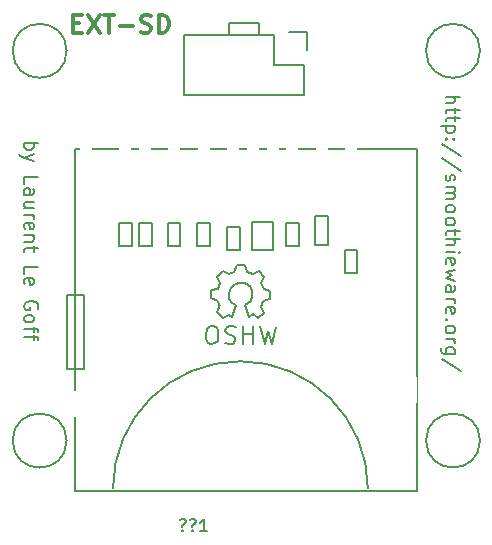
<source format=gto>
G04 #@! TF.FileFunction,Legend,Top*
%FSLAX46Y46*%
G04 Gerber Fmt 4.6, Leading zero omitted, Abs format (unit mm)*
G04 Created by KiCad (PCBNEW (after 2015-mar-04 BZR unknown)-product) date 18/09/2015 21:52:24*
%MOMM*%
G01*
G04 APERTURE LIST*
%ADD10C,0.020000*%
%ADD11C,0.200000*%
%ADD12C,0.300000*%
%ADD13C,0.150000*%
%ADD14C,2.000000*%
%ADD15R,1.200000X2.200000*%
%ADD16R,1.000000X1.500000*%
%ADD17R,1.727200X1.727200*%
%ADD18O,1.727200X1.727200*%
%ADD19C,4.064000*%
G04 APERTURE END LIST*
D10*
D11*
X145380143Y-78909715D02*
X146580143Y-78909715D01*
X145380143Y-79424001D02*
X146008714Y-79424001D01*
X146123000Y-79366858D01*
X146180143Y-79252572D01*
X146180143Y-79081144D01*
X146123000Y-78966858D01*
X146065857Y-78909715D01*
X146180143Y-79824001D02*
X146180143Y-80281144D01*
X146580143Y-79995429D02*
X145551571Y-79995429D01*
X145437286Y-80052572D01*
X145380143Y-80166858D01*
X145380143Y-80281144D01*
X146180143Y-80509715D02*
X146180143Y-80966858D01*
X146580143Y-80681143D02*
X145551571Y-80681143D01*
X145437286Y-80738286D01*
X145380143Y-80852572D01*
X145380143Y-80966858D01*
X146180143Y-81366857D02*
X144980143Y-81366857D01*
X146123000Y-81366857D02*
X146180143Y-81481143D01*
X146180143Y-81709714D01*
X146123000Y-81824000D01*
X146065857Y-81881143D01*
X145951571Y-81938286D01*
X145608714Y-81938286D01*
X145494429Y-81881143D01*
X145437286Y-81824000D01*
X145380143Y-81709714D01*
X145380143Y-81481143D01*
X145437286Y-81366857D01*
X145494429Y-82452571D02*
X145437286Y-82509714D01*
X145380143Y-82452571D01*
X145437286Y-82395428D01*
X145494429Y-82452571D01*
X145380143Y-82452571D01*
X146123000Y-82452571D02*
X146065857Y-82509714D01*
X146008714Y-82452571D01*
X146065857Y-82395428D01*
X146123000Y-82452571D01*
X146008714Y-82452571D01*
X146637286Y-83881143D02*
X145094429Y-82852572D01*
X146637286Y-85138286D02*
X145094429Y-84109715D01*
X145437286Y-85481143D02*
X145380143Y-85595429D01*
X145380143Y-85824001D01*
X145437286Y-85938286D01*
X145551571Y-85995429D01*
X145608714Y-85995429D01*
X145723000Y-85938286D01*
X145780143Y-85824001D01*
X145780143Y-85652572D01*
X145837286Y-85538286D01*
X145951571Y-85481143D01*
X146008714Y-85481143D01*
X146123000Y-85538286D01*
X146180143Y-85652572D01*
X146180143Y-85824001D01*
X146123000Y-85938286D01*
X145380143Y-86509715D02*
X146180143Y-86509715D01*
X146065857Y-86509715D02*
X146123000Y-86566858D01*
X146180143Y-86681144D01*
X146180143Y-86852572D01*
X146123000Y-86966858D01*
X146008714Y-87024001D01*
X145380143Y-87024001D01*
X146008714Y-87024001D02*
X146123000Y-87081144D01*
X146180143Y-87195430D01*
X146180143Y-87366858D01*
X146123000Y-87481144D01*
X146008714Y-87538287D01*
X145380143Y-87538287D01*
X145380143Y-88281144D02*
X145437286Y-88166858D01*
X145494429Y-88109715D01*
X145608714Y-88052572D01*
X145951571Y-88052572D01*
X146065857Y-88109715D01*
X146123000Y-88166858D01*
X146180143Y-88281144D01*
X146180143Y-88452572D01*
X146123000Y-88566858D01*
X146065857Y-88624001D01*
X145951571Y-88681144D01*
X145608714Y-88681144D01*
X145494429Y-88624001D01*
X145437286Y-88566858D01*
X145380143Y-88452572D01*
X145380143Y-88281144D01*
X145380143Y-89366858D02*
X145437286Y-89252572D01*
X145494429Y-89195429D01*
X145608714Y-89138286D01*
X145951571Y-89138286D01*
X146065857Y-89195429D01*
X146123000Y-89252572D01*
X146180143Y-89366858D01*
X146180143Y-89538286D01*
X146123000Y-89652572D01*
X146065857Y-89709715D01*
X145951571Y-89766858D01*
X145608714Y-89766858D01*
X145494429Y-89709715D01*
X145437286Y-89652572D01*
X145380143Y-89538286D01*
X145380143Y-89366858D01*
X146180143Y-90109715D02*
X146180143Y-90566858D01*
X146580143Y-90281143D02*
X145551571Y-90281143D01*
X145437286Y-90338286D01*
X145380143Y-90452572D01*
X145380143Y-90566858D01*
X145380143Y-90966857D02*
X146580143Y-90966857D01*
X145380143Y-91481143D02*
X146008714Y-91481143D01*
X146123000Y-91424000D01*
X146180143Y-91309714D01*
X146180143Y-91138286D01*
X146123000Y-91024000D01*
X146065857Y-90966857D01*
X145380143Y-92052571D02*
X146180143Y-92052571D01*
X146580143Y-92052571D02*
X146523000Y-91995428D01*
X146465857Y-92052571D01*
X146523000Y-92109714D01*
X146580143Y-92052571D01*
X146465857Y-92052571D01*
X145437286Y-93081143D02*
X145380143Y-92966857D01*
X145380143Y-92738286D01*
X145437286Y-92624000D01*
X145551571Y-92566857D01*
X146008714Y-92566857D01*
X146123000Y-92624000D01*
X146180143Y-92738286D01*
X146180143Y-92966857D01*
X146123000Y-93081143D01*
X146008714Y-93138286D01*
X145894429Y-93138286D01*
X145780143Y-92566857D01*
X146180143Y-93538286D02*
X145380143Y-93766857D01*
X145951571Y-93995428D01*
X145380143Y-94224000D01*
X146180143Y-94452571D01*
X145380143Y-95424000D02*
X146008714Y-95424000D01*
X146123000Y-95366857D01*
X146180143Y-95252571D01*
X146180143Y-95024000D01*
X146123000Y-94909714D01*
X145437286Y-95424000D02*
X145380143Y-95309714D01*
X145380143Y-95024000D01*
X145437286Y-94909714D01*
X145551571Y-94852571D01*
X145665857Y-94852571D01*
X145780143Y-94909714D01*
X145837286Y-95024000D01*
X145837286Y-95309714D01*
X145894429Y-95424000D01*
X145380143Y-95995428D02*
X146180143Y-95995428D01*
X145951571Y-95995428D02*
X146065857Y-96052571D01*
X146123000Y-96109714D01*
X146180143Y-96224000D01*
X146180143Y-96338285D01*
X145437286Y-97195428D02*
X145380143Y-97081142D01*
X145380143Y-96852571D01*
X145437286Y-96738285D01*
X145551571Y-96681142D01*
X146008714Y-96681142D01*
X146123000Y-96738285D01*
X146180143Y-96852571D01*
X146180143Y-97081142D01*
X146123000Y-97195428D01*
X146008714Y-97252571D01*
X145894429Y-97252571D01*
X145780143Y-96681142D01*
X145494429Y-97766856D02*
X145437286Y-97823999D01*
X145380143Y-97766856D01*
X145437286Y-97709713D01*
X145494429Y-97766856D01*
X145380143Y-97766856D01*
X145380143Y-98509714D02*
X145437286Y-98395428D01*
X145494429Y-98338285D01*
X145608714Y-98281142D01*
X145951571Y-98281142D01*
X146065857Y-98338285D01*
X146123000Y-98395428D01*
X146180143Y-98509714D01*
X146180143Y-98681142D01*
X146123000Y-98795428D01*
X146065857Y-98852571D01*
X145951571Y-98909714D01*
X145608714Y-98909714D01*
X145494429Y-98852571D01*
X145437286Y-98795428D01*
X145380143Y-98681142D01*
X145380143Y-98509714D01*
X145380143Y-99423999D02*
X146180143Y-99423999D01*
X145951571Y-99423999D02*
X146065857Y-99481142D01*
X146123000Y-99538285D01*
X146180143Y-99652571D01*
X146180143Y-99766856D01*
X146180143Y-100681142D02*
X145208714Y-100681142D01*
X145094429Y-100623999D01*
X145037286Y-100566856D01*
X144980143Y-100452571D01*
X144980143Y-100281142D01*
X145037286Y-100166856D01*
X145437286Y-100681142D02*
X145380143Y-100566856D01*
X145380143Y-100338285D01*
X145437286Y-100223999D01*
X145494429Y-100166856D01*
X145608714Y-100109713D01*
X145951571Y-100109713D01*
X146065857Y-100166856D01*
X146123000Y-100223999D01*
X146180143Y-100338285D01*
X146180143Y-100566856D01*
X146123000Y-100681142D01*
X146637286Y-102109713D02*
X145094429Y-101081142D01*
X109693143Y-82801858D02*
X110893143Y-82801858D01*
X110436000Y-82801858D02*
X110493143Y-82916144D01*
X110493143Y-83144715D01*
X110436000Y-83259001D01*
X110378857Y-83316144D01*
X110264571Y-83373287D01*
X109921714Y-83373287D01*
X109807429Y-83316144D01*
X109750286Y-83259001D01*
X109693143Y-83144715D01*
X109693143Y-82916144D01*
X109750286Y-82801858D01*
X110493143Y-83773287D02*
X109693143Y-84059001D01*
X110493143Y-84344715D02*
X109693143Y-84059001D01*
X109407429Y-83944715D01*
X109350286Y-83887572D01*
X109293143Y-83773287D01*
X109693143Y-86287573D02*
X109693143Y-85716144D01*
X110893143Y-85716144D01*
X109693143Y-87201859D02*
X110321714Y-87201859D01*
X110436000Y-87144716D01*
X110493143Y-87030430D01*
X110493143Y-86801859D01*
X110436000Y-86687573D01*
X109750286Y-87201859D02*
X109693143Y-87087573D01*
X109693143Y-86801859D01*
X109750286Y-86687573D01*
X109864571Y-86630430D01*
X109978857Y-86630430D01*
X110093143Y-86687573D01*
X110150286Y-86801859D01*
X110150286Y-87087573D01*
X110207429Y-87201859D01*
X110493143Y-88287573D02*
X109693143Y-88287573D01*
X110493143Y-87773287D02*
X109864571Y-87773287D01*
X109750286Y-87830430D01*
X109693143Y-87944716D01*
X109693143Y-88116144D01*
X109750286Y-88230430D01*
X109807429Y-88287573D01*
X109693143Y-88859001D02*
X110493143Y-88859001D01*
X110264571Y-88859001D02*
X110378857Y-88916144D01*
X110436000Y-88973287D01*
X110493143Y-89087573D01*
X110493143Y-89201858D01*
X109750286Y-90059001D02*
X109693143Y-89944715D01*
X109693143Y-89716144D01*
X109750286Y-89601858D01*
X109864571Y-89544715D01*
X110321714Y-89544715D01*
X110436000Y-89601858D01*
X110493143Y-89716144D01*
X110493143Y-89944715D01*
X110436000Y-90059001D01*
X110321714Y-90116144D01*
X110207429Y-90116144D01*
X110093143Y-89544715D01*
X110493143Y-90630429D02*
X109693143Y-90630429D01*
X110378857Y-90630429D02*
X110436000Y-90687572D01*
X110493143Y-90801858D01*
X110493143Y-90973286D01*
X110436000Y-91087572D01*
X110321714Y-91144715D01*
X109693143Y-91144715D01*
X110493143Y-91544715D02*
X110493143Y-92001858D01*
X110893143Y-91716143D02*
X109864571Y-91716143D01*
X109750286Y-91773286D01*
X109693143Y-91887572D01*
X109693143Y-92001858D01*
X109693143Y-93887572D02*
X109693143Y-93316143D01*
X110893143Y-93316143D01*
X109750286Y-94744715D02*
X109693143Y-94630429D01*
X109693143Y-94401858D01*
X109750286Y-94287572D01*
X109864571Y-94230429D01*
X110321714Y-94230429D01*
X110436000Y-94287572D01*
X110493143Y-94401858D01*
X110493143Y-94630429D01*
X110436000Y-94744715D01*
X110321714Y-94801858D01*
X110207429Y-94801858D01*
X110093143Y-94230429D01*
X110836000Y-96859001D02*
X110893143Y-96744715D01*
X110893143Y-96573286D01*
X110836000Y-96401858D01*
X110721714Y-96287572D01*
X110607429Y-96230429D01*
X110378857Y-96173286D01*
X110207429Y-96173286D01*
X109978857Y-96230429D01*
X109864571Y-96287572D01*
X109750286Y-96401858D01*
X109693143Y-96573286D01*
X109693143Y-96687572D01*
X109750286Y-96859001D01*
X109807429Y-96916144D01*
X110207429Y-96916144D01*
X110207429Y-96687572D01*
X109693143Y-97601858D02*
X109750286Y-97487572D01*
X109807429Y-97430429D01*
X109921714Y-97373286D01*
X110264571Y-97373286D01*
X110378857Y-97430429D01*
X110436000Y-97487572D01*
X110493143Y-97601858D01*
X110493143Y-97773286D01*
X110436000Y-97887572D01*
X110378857Y-97944715D01*
X110264571Y-98001858D01*
X109921714Y-98001858D01*
X109807429Y-97944715D01*
X109750286Y-97887572D01*
X109693143Y-97773286D01*
X109693143Y-97601858D01*
X110493143Y-98344715D02*
X110493143Y-98801858D01*
X109693143Y-98516143D02*
X110721714Y-98516143D01*
X110836000Y-98573286D01*
X110893143Y-98687572D01*
X110893143Y-98801858D01*
X110493143Y-99030429D02*
X110493143Y-99487572D01*
X109693143Y-99201857D02*
X110721714Y-99201857D01*
X110836000Y-99259000D01*
X110893143Y-99373286D01*
X110893143Y-99487572D01*
D12*
X113856001Y-72663857D02*
X114356001Y-72663857D01*
X114570287Y-73449571D02*
X113856001Y-73449571D01*
X113856001Y-71949571D01*
X114570287Y-71949571D01*
X115070287Y-71949571D02*
X116070287Y-73449571D01*
X116070287Y-71949571D02*
X115070287Y-73449571D01*
X116427429Y-71949571D02*
X117284572Y-71949571D01*
X116856001Y-73449571D02*
X116856001Y-71949571D01*
X117784572Y-72878143D02*
X118927429Y-72878143D01*
X119570286Y-73378143D02*
X119784572Y-73449571D01*
X120141715Y-73449571D01*
X120284572Y-73378143D01*
X120356001Y-73306714D01*
X120427429Y-73163857D01*
X120427429Y-73021000D01*
X120356001Y-72878143D01*
X120284572Y-72806714D01*
X120141715Y-72735286D01*
X119856001Y-72663857D01*
X119713143Y-72592429D01*
X119641715Y-72521000D01*
X119570286Y-72378143D01*
X119570286Y-72235286D01*
X119641715Y-72092429D01*
X119713143Y-72021000D01*
X119856001Y-71949571D01*
X120213143Y-71949571D01*
X120427429Y-72021000D01*
X121070286Y-73449571D02*
X121070286Y-71949571D01*
X121427429Y-71949571D01*
X121641714Y-72021000D01*
X121784572Y-72163857D01*
X121856000Y-72306714D01*
X121927429Y-72592429D01*
X121927429Y-72806714D01*
X121856000Y-73092429D01*
X121784572Y-73235286D01*
X121641714Y-73378143D01*
X121427429Y-73449571D01*
X121070286Y-73449571D01*
D11*
X129540000Y-72644000D02*
X129540000Y-73660000D01*
X127000000Y-72644000D02*
X129540000Y-72644000D01*
X127000000Y-73660000D02*
X127000000Y-72644000D01*
D13*
X137906000Y-93792000D02*
X137906000Y-91823500D01*
X137906000Y-91823500D02*
X136826500Y-91823500D01*
X136826500Y-91823500D02*
X136826500Y-93792000D01*
X136826500Y-93792000D02*
X137906000Y-93792000D01*
X135429500Y-91442500D02*
X135429500Y-88966000D01*
X135429500Y-88966000D02*
X134350000Y-88966000D01*
X134350000Y-88966000D02*
X134350000Y-91442500D01*
X134350000Y-91442500D02*
X135429500Y-91442500D01*
X130794000Y-91887000D02*
X130794000Y-89474000D01*
X130794000Y-89474000D02*
X128952500Y-89474000D01*
X128952500Y-89474000D02*
X128952500Y-91887000D01*
X128952500Y-91887000D02*
X130794000Y-91887000D01*
X132953000Y-91506000D02*
X132953000Y-89537500D01*
X132953000Y-89537500D02*
X131873500Y-89537500D01*
X131873500Y-89537500D02*
X131873500Y-91506000D01*
X131873500Y-91506000D02*
X132953000Y-91506000D01*
X127936500Y-91887000D02*
X127936500Y-89918500D01*
X127936500Y-89918500D02*
X126857000Y-89918500D01*
X126857000Y-89918500D02*
X126857000Y-91887000D01*
X126857000Y-91887000D02*
X127936500Y-91887000D01*
X125460000Y-91506000D02*
X125460000Y-89537500D01*
X125460000Y-89537500D02*
X124317000Y-89537500D01*
X124317000Y-89537500D02*
X124317000Y-91506000D01*
X124317000Y-91506000D02*
X125460000Y-91506000D01*
X122920000Y-91506000D02*
X122920000Y-89537500D01*
X122920000Y-89537500D02*
X121840500Y-89537500D01*
X121840500Y-89537500D02*
X121840500Y-91506000D01*
X121840500Y-91506000D02*
X122920000Y-91506000D01*
X120507000Y-91506000D02*
X120507000Y-89537500D01*
X120507000Y-89537500D02*
X119427500Y-89537500D01*
X119427500Y-89537500D02*
X119427500Y-91506000D01*
X119427500Y-91506000D02*
X120507000Y-91506000D01*
X118792500Y-91506000D02*
X118792500Y-89537500D01*
X118792500Y-89537500D02*
X117713000Y-89537500D01*
X117713000Y-89537500D02*
X117713000Y-91506000D01*
X117713000Y-91506000D02*
X118792500Y-91506000D01*
X113331500Y-101920000D02*
X114728500Y-101920000D01*
X114728500Y-101920000D02*
X114728500Y-95633500D01*
X114728500Y-95633500D02*
X113331500Y-95633500D01*
X113331500Y-95633500D02*
X113331500Y-101856500D01*
X138795000Y-112080000D02*
G75*
G03X128000000Y-101285000I-10795000J0D01*
G01*
X128000000Y-101285000D02*
G75*
G03X117205000Y-112080000I0J-10795000D01*
G01*
X142922500Y-107000000D02*
X142922500Y-83314500D01*
X142922500Y-83314500D02*
X114030000Y-83314500D01*
X114030000Y-83314500D02*
X114030000Y-112270500D01*
X114030000Y-112270500D02*
X142922500Y-112270500D01*
X142922500Y-112270500D02*
X142922500Y-107000000D01*
X130810000Y-73660000D02*
X123190000Y-73660000D01*
X123190000Y-73660000D02*
X123190000Y-78740000D01*
X123190000Y-78740000D02*
X133350000Y-78740000D01*
X133350000Y-78740000D02*
X133350000Y-76200000D01*
X133630000Y-74930000D02*
X133630000Y-73380000D01*
X133350000Y-76200000D02*
X130810000Y-76200000D01*
X130810000Y-76200000D02*
X130810000Y-73660000D01*
X133630000Y-73380000D02*
X132080000Y-73380000D01*
X148286000Y-108000000D02*
G75*
G03X148286000Y-108000000I-2286000J0D01*
G01*
X113286000Y-108000000D02*
G75*
G03X113286000Y-108000000I-2286000J0D01*
G01*
X148286000Y-75000000D02*
G75*
G03X148286000Y-75000000I-2286000J0D01*
G01*
X113286000Y-75000000D02*
G75*
G03X113286000Y-75000000I-2286000J0D01*
G01*
X129684780Y-98320860D02*
X130045460Y-99791520D01*
X130045460Y-99791520D02*
X130324860Y-98729800D01*
X130324860Y-98729800D02*
X130634740Y-99801680D01*
X130634740Y-99801680D02*
X130975100Y-98351340D01*
X128264920Y-99011740D02*
X129054860Y-99001580D01*
X129054860Y-99001580D02*
X129065020Y-99011740D01*
X129065020Y-99011740D02*
X129065020Y-99001580D01*
X129105660Y-98290380D02*
X129105660Y-99832160D01*
X128216660Y-98280220D02*
X128216660Y-99849940D01*
X128216660Y-99849940D02*
X128226820Y-99839780D01*
X127665480Y-98381820D02*
X127314960Y-98300540D01*
X127314960Y-98300540D02*
X126994920Y-98290380D01*
X126994920Y-98290380D02*
X126756160Y-98491040D01*
X126756160Y-98491040D02*
X126725680Y-98760280D01*
X126725680Y-98760280D02*
X126966980Y-99001580D01*
X126966980Y-99001580D02*
X127355600Y-99131120D01*
X127355600Y-99131120D02*
X127535940Y-99291140D01*
X127535940Y-99291140D02*
X127576580Y-99590860D01*
X127576580Y-99590860D02*
X127345440Y-99811840D01*
X127345440Y-99811840D02*
X127025400Y-99839780D01*
X127025400Y-99839780D02*
X126674880Y-99730560D01*
X125636020Y-98280220D02*
X125387100Y-98300540D01*
X125387100Y-98300540D02*
X125145800Y-98541840D01*
X125145800Y-98541840D02*
X125056900Y-99032060D01*
X125056900Y-99032060D02*
X125084840Y-99380040D01*
X125084840Y-99380040D02*
X125285500Y-99700080D01*
X125285500Y-99700080D02*
X125536960Y-99822000D01*
X125536960Y-99822000D02*
X125846840Y-99750880D01*
X125846840Y-99750880D02*
X126065280Y-99570540D01*
X126065280Y-99570540D02*
X126136400Y-99110800D01*
X126136400Y-99110800D02*
X126085600Y-98701860D01*
X126085600Y-98701860D02*
X125976380Y-98419920D01*
X125976380Y-98419920D02*
X125615700Y-98290380D01*
X126235460Y-96560640D02*
X125976380Y-97121980D01*
X125976380Y-97121980D02*
X126514860Y-97640140D01*
X126514860Y-97640140D02*
X127035560Y-97370900D01*
X127035560Y-97370900D02*
X127314960Y-97530920D01*
X128755140Y-97510600D02*
X129085340Y-97320100D01*
X129085340Y-97320100D02*
X129524760Y-97650300D01*
X129524760Y-97650300D02*
X129997200Y-97160080D01*
X129997200Y-97160080D02*
X129715260Y-96680020D01*
X129715260Y-96680020D02*
X129905760Y-96210120D01*
X129905760Y-96210120D02*
X130515360Y-96022160D01*
X130515360Y-96022160D02*
X130515360Y-95341440D01*
X130515360Y-95341440D02*
X129956560Y-95201740D01*
X129956560Y-95201740D02*
X129755900Y-94630240D01*
X129755900Y-94630240D02*
X130025140Y-94160340D01*
X130025140Y-94160340D02*
X129555240Y-93649800D01*
X129555240Y-93649800D02*
X129037080Y-93911420D01*
X129037080Y-93911420D02*
X128567180Y-93710760D01*
X128567180Y-93710760D02*
X128397000Y-93169740D01*
X128397000Y-93169740D02*
X127706120Y-93151960D01*
X127706120Y-93151960D02*
X127495300Y-93700600D01*
X127495300Y-93700600D02*
X127076200Y-93870780D01*
X127076200Y-93870780D02*
X126525020Y-93601540D01*
X126525020Y-93601540D02*
X126006860Y-94129860D01*
X126006860Y-94129860D02*
X126255780Y-94670880D01*
X126255780Y-94670880D02*
X126085600Y-95150940D01*
X126085600Y-95150940D02*
X125536960Y-95250000D01*
X125536960Y-95250000D02*
X125526800Y-95951040D01*
X125526800Y-95951040D02*
X126085600Y-96151700D01*
X126085600Y-96151700D02*
X126225300Y-96550480D01*
X128366520Y-96530160D02*
X128666240Y-96380300D01*
X128666240Y-96380300D02*
X128866900Y-96182180D01*
X128866900Y-96182180D02*
X129016760Y-95780860D01*
X129016760Y-95780860D02*
X129016760Y-95382080D01*
X129016760Y-95382080D02*
X128866900Y-95031560D01*
X128866900Y-95031560D02*
X128414780Y-94681040D01*
X128414780Y-94681040D02*
X127965200Y-94630240D01*
X127965200Y-94630240D02*
X127566420Y-94731840D01*
X127566420Y-94731840D02*
X127165100Y-95079820D01*
X127165100Y-95079820D02*
X127015240Y-95531940D01*
X127015240Y-95531940D02*
X127066040Y-96029780D01*
X127066040Y-96029780D02*
X127314960Y-96332040D01*
X127314960Y-96332040D02*
X127665480Y-96530160D01*
X127665480Y-96530160D02*
X127314960Y-97530920D01*
X128366520Y-96530160D02*
X128765300Y-97530920D01*
X123075819Y-115571543D02*
X123123438Y-115619162D01*
X123075819Y-115666781D01*
X123028200Y-115619162D01*
X123075819Y-115571543D01*
X123075819Y-115666781D01*
X122885343Y-114714400D02*
X122980581Y-114666781D01*
X123218677Y-114666781D01*
X123313915Y-114714400D01*
X123361534Y-114809638D01*
X123361534Y-114904876D01*
X123313915Y-115000114D01*
X123266296Y-115047733D01*
X123171057Y-115095352D01*
X123123438Y-115142971D01*
X123075819Y-115238210D01*
X123075819Y-115285829D01*
X123932962Y-115571543D02*
X123980581Y-115619162D01*
X123932962Y-115666781D01*
X123885343Y-115619162D01*
X123932962Y-115571543D01*
X123932962Y-115666781D01*
X123742486Y-114714400D02*
X123837724Y-114666781D01*
X124075820Y-114666781D01*
X124171058Y-114714400D01*
X124218677Y-114809638D01*
X124218677Y-114904876D01*
X124171058Y-115000114D01*
X124123439Y-115047733D01*
X124028200Y-115095352D01*
X123980581Y-115142971D01*
X123932962Y-115238210D01*
X123932962Y-115285829D01*
X125171058Y-115666781D02*
X124599629Y-115666781D01*
X124885343Y-115666781D02*
X124885343Y-114666781D01*
X124790105Y-114809638D01*
X124694867Y-114904876D01*
X124599629Y-114952495D01*
%LPC*%
D14*
X140065000Y-107000000D03*
X115935000Y-107000000D03*
D15*
X142400000Y-103700000D03*
X114400000Y-104900000D03*
D16*
X134875000Y-82700000D03*
X132375000Y-82700000D03*
X129075000Y-82700000D03*
X127375000Y-82700000D03*
X124875000Y-82700000D03*
X122375000Y-82700000D03*
X119950000Y-82700000D03*
X118250000Y-82700000D03*
X137375000Y-82700000D03*
X130725000Y-82700000D03*
X114900000Y-82700000D03*
D17*
X132080000Y-74930000D03*
D18*
X132080000Y-77470000D03*
X129540000Y-74930000D03*
X129540000Y-77470000D03*
X127000000Y-74930000D03*
X127000000Y-77470000D03*
X124460000Y-74930000D03*
X124460000Y-77470000D03*
D19*
X146000000Y-108000000D03*
X111000000Y-108000000D03*
X146000000Y-75000000D03*
X111000000Y-75000000D03*
M02*

</source>
